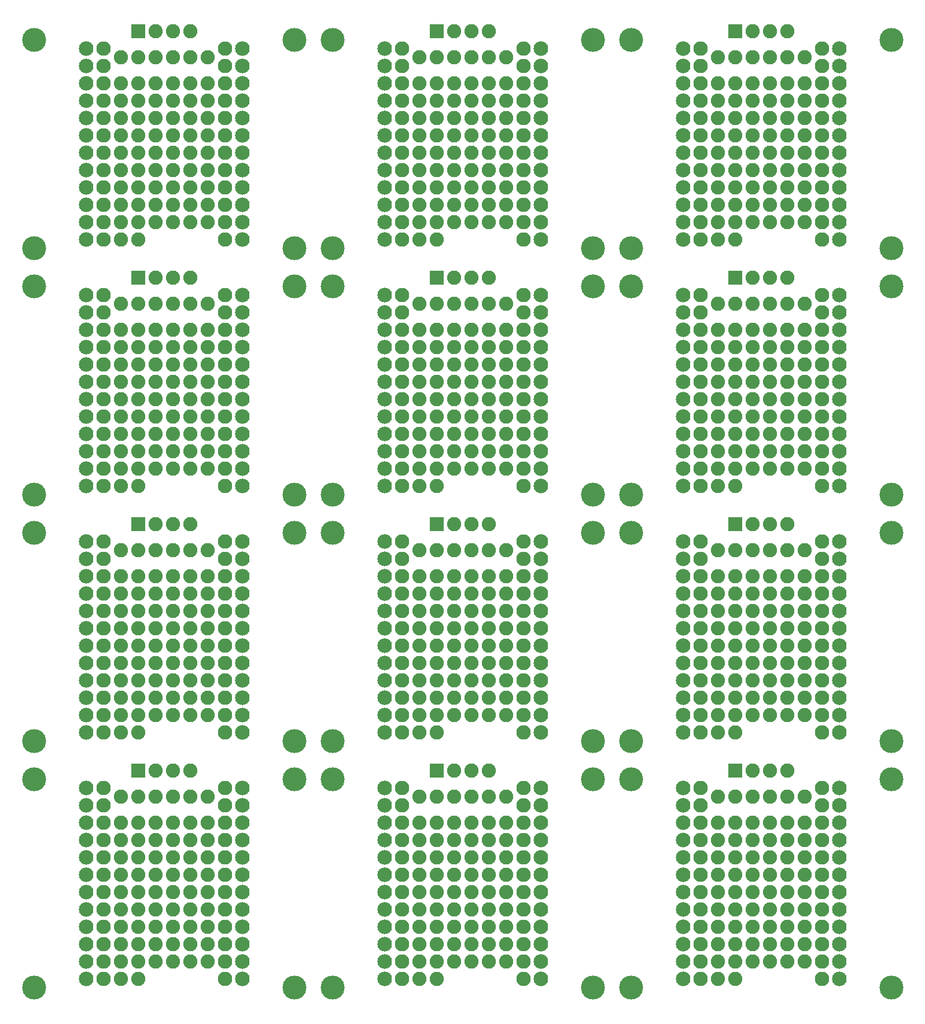
<source format=gbs>
G75*
%MOIN*%
%OFA0B0*%
%FSLAX25Y25*%
%IPPOS*%
%LPD*%
%AMOC8*
5,1,8,0,0,1.08239X$1,22.5*
%
%ADD10C,0.08300*%
%ADD11C,0.08400*%
%ADD12R,0.08200X0.08200*%
%ADD13C,0.08200*%
%ADD14C,0.13800*%
D10*
X0133333Y0091000D03*
X0133333Y0101000D03*
X0133333Y0111000D03*
X0133333Y0121000D03*
X0133333Y0131000D03*
X0133333Y0141000D03*
X0133333Y0151000D03*
X0133333Y0161000D03*
X0133333Y0171000D03*
X0133333Y0181000D03*
X0133333Y0191000D03*
X0133333Y0201000D03*
X0133333Y0233000D03*
X0133333Y0243000D03*
X0133333Y0253000D03*
X0133333Y0263000D03*
X0133333Y0273000D03*
X0133333Y0283000D03*
X0133333Y0293000D03*
X0133333Y0303000D03*
X0133333Y0313000D03*
X0133333Y0323000D03*
X0133333Y0333000D03*
X0133333Y0343000D03*
X0133333Y0375000D03*
X0133333Y0385000D03*
X0133333Y0395000D03*
X0133333Y0405000D03*
X0133333Y0415000D03*
X0133333Y0425000D03*
X0133333Y0435000D03*
X0133333Y0445000D03*
X0133333Y0455000D03*
X0133333Y0465000D03*
X0133333Y0475000D03*
X0133333Y0485000D03*
X0133333Y0517000D03*
X0133333Y0527000D03*
X0133333Y0537000D03*
X0133333Y0547000D03*
X0133333Y0557000D03*
X0133333Y0567000D03*
X0133333Y0577000D03*
X0133333Y0587000D03*
X0133333Y0597000D03*
X0133333Y0607000D03*
X0133333Y0617000D03*
X0133333Y0627000D03*
X0203333Y0627000D03*
X0203333Y0617000D03*
X0203333Y0607000D03*
X0203333Y0597000D03*
X0203333Y0587000D03*
X0203333Y0577000D03*
X0203333Y0567000D03*
X0203333Y0557000D03*
X0203333Y0547000D03*
X0203333Y0537000D03*
X0203333Y0527000D03*
X0203333Y0517000D03*
X0203333Y0485000D03*
X0203333Y0475000D03*
X0203333Y0465000D03*
X0203333Y0455000D03*
X0203333Y0445000D03*
X0203333Y0435000D03*
X0203333Y0425000D03*
X0203333Y0415000D03*
X0203333Y0405000D03*
X0203333Y0395000D03*
X0203333Y0385000D03*
X0203333Y0375000D03*
X0203333Y0343000D03*
X0203333Y0333000D03*
X0203333Y0323000D03*
X0203333Y0313000D03*
X0203333Y0303000D03*
X0203333Y0293000D03*
X0203333Y0283000D03*
X0203333Y0273000D03*
X0203333Y0263000D03*
X0203333Y0253000D03*
X0203333Y0243000D03*
X0203333Y0233000D03*
X0203333Y0201000D03*
X0203333Y0191000D03*
X0203333Y0181000D03*
X0203333Y0171000D03*
X0203333Y0161000D03*
X0203333Y0151000D03*
X0203333Y0141000D03*
X0203333Y0131000D03*
X0203333Y0121000D03*
X0203333Y0111000D03*
X0203333Y0101000D03*
X0203333Y0091000D03*
X0305333Y0091000D03*
X0305333Y0101000D03*
X0305333Y0111000D03*
X0305333Y0121000D03*
X0305333Y0131000D03*
X0305333Y0141000D03*
X0305333Y0151000D03*
X0305333Y0161000D03*
X0305333Y0171000D03*
X0305333Y0181000D03*
X0305333Y0191000D03*
X0305333Y0201000D03*
X0305333Y0233000D03*
X0305333Y0243000D03*
X0305333Y0253000D03*
X0305333Y0263000D03*
X0305333Y0273000D03*
X0305333Y0283000D03*
X0305333Y0293000D03*
X0305333Y0303000D03*
X0305333Y0313000D03*
X0305333Y0323000D03*
X0305333Y0333000D03*
X0305333Y0343000D03*
X0305333Y0375000D03*
X0305333Y0385000D03*
X0305333Y0395000D03*
X0305333Y0405000D03*
X0305333Y0415000D03*
X0305333Y0425000D03*
X0305333Y0435000D03*
X0305333Y0445000D03*
X0305333Y0455000D03*
X0305333Y0465000D03*
X0305333Y0475000D03*
X0305333Y0485000D03*
X0305333Y0517000D03*
X0305333Y0527000D03*
X0305333Y0537000D03*
X0305333Y0547000D03*
X0305333Y0557000D03*
X0305333Y0567000D03*
X0305333Y0577000D03*
X0305333Y0587000D03*
X0305333Y0597000D03*
X0305333Y0607000D03*
X0305333Y0617000D03*
X0305333Y0627000D03*
X0375333Y0627000D03*
X0375333Y0617000D03*
X0375333Y0607000D03*
X0375333Y0597000D03*
X0375333Y0587000D03*
X0375333Y0577000D03*
X0375333Y0567000D03*
X0375333Y0557000D03*
X0375333Y0547000D03*
X0375333Y0537000D03*
X0375333Y0527000D03*
X0375333Y0517000D03*
X0375333Y0485000D03*
X0375333Y0475000D03*
X0375333Y0465000D03*
X0375333Y0455000D03*
X0375333Y0445000D03*
X0375333Y0435000D03*
X0375333Y0425000D03*
X0375333Y0415000D03*
X0375333Y0405000D03*
X0375333Y0395000D03*
X0375333Y0385000D03*
X0375333Y0375000D03*
X0375333Y0343000D03*
X0375333Y0333000D03*
X0375333Y0323000D03*
X0375333Y0313000D03*
X0375333Y0303000D03*
X0375333Y0293000D03*
X0375333Y0283000D03*
X0375333Y0273000D03*
X0375333Y0263000D03*
X0375333Y0253000D03*
X0375333Y0243000D03*
X0375333Y0233000D03*
X0375333Y0201000D03*
X0375333Y0191000D03*
X0375333Y0181000D03*
X0375333Y0171000D03*
X0375333Y0161000D03*
X0375333Y0151000D03*
X0375333Y0141000D03*
X0375333Y0131000D03*
X0375333Y0121000D03*
X0375333Y0111000D03*
X0375333Y0101000D03*
X0375333Y0091000D03*
X0477333Y0091000D03*
X0477333Y0101000D03*
X0477333Y0111000D03*
X0477333Y0121000D03*
X0477333Y0131000D03*
X0477333Y0141000D03*
X0477333Y0151000D03*
X0477333Y0161000D03*
X0477333Y0171000D03*
X0477333Y0181000D03*
X0477333Y0191000D03*
X0477333Y0201000D03*
X0477333Y0233000D03*
X0477333Y0243000D03*
X0477333Y0253000D03*
X0477333Y0263000D03*
X0477333Y0273000D03*
X0477333Y0283000D03*
X0477333Y0293000D03*
X0477333Y0303000D03*
X0477333Y0313000D03*
X0477333Y0323000D03*
X0477333Y0333000D03*
X0477333Y0343000D03*
X0477333Y0375000D03*
X0477333Y0385000D03*
X0477333Y0395000D03*
X0477333Y0405000D03*
X0477333Y0415000D03*
X0477333Y0425000D03*
X0477333Y0435000D03*
X0477333Y0445000D03*
X0477333Y0455000D03*
X0477333Y0465000D03*
X0477333Y0475000D03*
X0477333Y0485000D03*
X0477333Y0517000D03*
X0477333Y0527000D03*
X0477333Y0537000D03*
X0477333Y0547000D03*
X0477333Y0557000D03*
X0477333Y0567000D03*
X0477333Y0577000D03*
X0477333Y0587000D03*
X0477333Y0597000D03*
X0477333Y0607000D03*
X0477333Y0617000D03*
X0477333Y0627000D03*
X0547333Y0627000D03*
X0547333Y0617000D03*
X0547333Y0607000D03*
X0547333Y0597000D03*
X0547333Y0587000D03*
X0547333Y0577000D03*
X0547333Y0567000D03*
X0547333Y0557000D03*
X0547333Y0547000D03*
X0547333Y0537000D03*
X0547333Y0527000D03*
X0547333Y0517000D03*
X0547333Y0485000D03*
X0547333Y0475000D03*
X0547333Y0465000D03*
X0547333Y0455000D03*
X0547333Y0445000D03*
X0547333Y0435000D03*
X0547333Y0425000D03*
X0547333Y0415000D03*
X0547333Y0405000D03*
X0547333Y0395000D03*
X0547333Y0385000D03*
X0547333Y0375000D03*
X0547333Y0343000D03*
X0547333Y0333000D03*
X0547333Y0323000D03*
X0547333Y0313000D03*
X0547333Y0303000D03*
X0547333Y0293000D03*
X0547333Y0283000D03*
X0547333Y0273000D03*
X0547333Y0263000D03*
X0547333Y0253000D03*
X0547333Y0243000D03*
X0547333Y0233000D03*
X0547333Y0201000D03*
X0547333Y0191000D03*
X0547333Y0181000D03*
X0547333Y0171000D03*
X0547333Y0161000D03*
X0547333Y0151000D03*
X0547333Y0141000D03*
X0547333Y0131000D03*
X0547333Y0121000D03*
X0547333Y0111000D03*
X0547333Y0101000D03*
X0547333Y0091000D03*
D11*
X0557333Y0091000D03*
X0557333Y0101000D03*
X0557333Y0111000D03*
X0557333Y0121000D03*
X0557333Y0131000D03*
X0557333Y0141000D03*
X0557333Y0151000D03*
X0557333Y0161000D03*
X0557333Y0171000D03*
X0557333Y0181000D03*
X0557333Y0191000D03*
X0557333Y0201000D03*
X0557333Y0233000D03*
X0557333Y0243000D03*
X0557333Y0253000D03*
X0557333Y0263000D03*
X0557333Y0273000D03*
X0557333Y0283000D03*
X0557333Y0293000D03*
X0557333Y0303000D03*
X0557333Y0313000D03*
X0557333Y0323000D03*
X0557333Y0333000D03*
X0557333Y0343000D03*
X0557333Y0375000D03*
X0557333Y0385000D03*
X0557333Y0395000D03*
X0557333Y0405000D03*
X0557333Y0415000D03*
X0557333Y0425000D03*
X0557333Y0435000D03*
X0557333Y0445000D03*
X0557333Y0455000D03*
X0557333Y0465000D03*
X0557333Y0475000D03*
X0557333Y0485000D03*
X0557333Y0517000D03*
X0557333Y0527000D03*
X0557333Y0537000D03*
X0557333Y0547000D03*
X0557333Y0557000D03*
X0557333Y0567000D03*
X0557333Y0577000D03*
X0557333Y0587000D03*
X0557333Y0597000D03*
X0557333Y0607000D03*
X0557333Y0617000D03*
X0557333Y0627000D03*
X0467333Y0627000D03*
X0467333Y0617000D03*
X0467333Y0607000D03*
X0467333Y0597000D03*
X0467333Y0587000D03*
X0467333Y0577000D03*
X0467333Y0567000D03*
X0467333Y0557000D03*
X0467333Y0547000D03*
X0467333Y0537000D03*
X0467333Y0527000D03*
X0467333Y0517000D03*
X0467333Y0485000D03*
X0467333Y0475000D03*
X0467333Y0465000D03*
X0467333Y0455000D03*
X0467333Y0445000D03*
X0467333Y0435000D03*
X0467333Y0425000D03*
X0467333Y0415000D03*
X0467333Y0405000D03*
X0467333Y0395000D03*
X0467333Y0385000D03*
X0467333Y0375000D03*
X0467333Y0343000D03*
X0467333Y0333000D03*
X0467333Y0323000D03*
X0467333Y0313000D03*
X0467333Y0303000D03*
X0467333Y0293000D03*
X0467333Y0283000D03*
X0467333Y0273000D03*
X0467333Y0263000D03*
X0467333Y0253000D03*
X0467333Y0243000D03*
X0467333Y0233000D03*
X0467333Y0201000D03*
X0467333Y0191000D03*
X0467333Y0181000D03*
X0467333Y0171000D03*
X0467333Y0161000D03*
X0467333Y0151000D03*
X0467333Y0141000D03*
X0467333Y0131000D03*
X0467333Y0121000D03*
X0467333Y0111000D03*
X0467333Y0101000D03*
X0467333Y0091000D03*
X0385333Y0091000D03*
X0385333Y0101000D03*
X0385333Y0111000D03*
X0385333Y0121000D03*
X0385333Y0131000D03*
X0385333Y0141000D03*
X0385333Y0151000D03*
X0385333Y0161000D03*
X0385333Y0171000D03*
X0385333Y0181000D03*
X0385333Y0191000D03*
X0385333Y0201000D03*
X0385333Y0233000D03*
X0385333Y0243000D03*
X0385333Y0253000D03*
X0385333Y0263000D03*
X0385333Y0273000D03*
X0385333Y0283000D03*
X0385333Y0293000D03*
X0385333Y0303000D03*
X0385333Y0313000D03*
X0385333Y0323000D03*
X0385333Y0333000D03*
X0385333Y0343000D03*
X0385333Y0375000D03*
X0385333Y0385000D03*
X0385333Y0395000D03*
X0385333Y0405000D03*
X0385333Y0415000D03*
X0385333Y0425000D03*
X0385333Y0435000D03*
X0385333Y0445000D03*
X0385333Y0455000D03*
X0385333Y0465000D03*
X0385333Y0475000D03*
X0385333Y0485000D03*
X0385333Y0517000D03*
X0385333Y0527000D03*
X0385333Y0537000D03*
X0385333Y0547000D03*
X0385333Y0557000D03*
X0385333Y0567000D03*
X0385333Y0577000D03*
X0385333Y0587000D03*
X0385333Y0597000D03*
X0385333Y0607000D03*
X0385333Y0617000D03*
X0385333Y0627000D03*
X0295333Y0627000D03*
X0295333Y0617000D03*
X0295333Y0607000D03*
X0295333Y0597000D03*
X0295333Y0587000D03*
X0295333Y0577000D03*
X0295333Y0567000D03*
X0295333Y0557000D03*
X0295333Y0547000D03*
X0295333Y0537000D03*
X0295333Y0527000D03*
X0295333Y0517000D03*
X0295333Y0485000D03*
X0295333Y0475000D03*
X0295333Y0465000D03*
X0295333Y0455000D03*
X0295333Y0445000D03*
X0295333Y0435000D03*
X0295333Y0425000D03*
X0295333Y0415000D03*
X0295333Y0405000D03*
X0295333Y0395000D03*
X0295333Y0385000D03*
X0295333Y0375000D03*
X0295333Y0343000D03*
X0295333Y0333000D03*
X0295333Y0323000D03*
X0295333Y0313000D03*
X0295333Y0303000D03*
X0295333Y0293000D03*
X0295333Y0283000D03*
X0295333Y0273000D03*
X0295333Y0263000D03*
X0295333Y0253000D03*
X0295333Y0243000D03*
X0295333Y0233000D03*
X0295333Y0201000D03*
X0295333Y0191000D03*
X0295333Y0181000D03*
X0295333Y0171000D03*
X0295333Y0161000D03*
X0295333Y0151000D03*
X0295333Y0141000D03*
X0295333Y0131000D03*
X0295333Y0121000D03*
X0295333Y0111000D03*
X0295333Y0101000D03*
X0295333Y0091000D03*
X0213333Y0091000D03*
X0213333Y0101000D03*
X0213333Y0111000D03*
X0213333Y0121000D03*
X0213333Y0131000D03*
X0213333Y0141000D03*
X0213333Y0151000D03*
X0213333Y0161000D03*
X0213333Y0171000D03*
X0213333Y0181000D03*
X0213333Y0191000D03*
X0213333Y0201000D03*
X0213333Y0233000D03*
X0213333Y0243000D03*
X0213333Y0253000D03*
X0213333Y0263000D03*
X0213333Y0273000D03*
X0213333Y0283000D03*
X0213333Y0293000D03*
X0213333Y0303000D03*
X0213333Y0313000D03*
X0213333Y0323000D03*
X0213333Y0333000D03*
X0213333Y0343000D03*
X0213333Y0375000D03*
X0213333Y0385000D03*
X0213333Y0395000D03*
X0213333Y0405000D03*
X0213333Y0415000D03*
X0213333Y0425000D03*
X0213333Y0435000D03*
X0213333Y0445000D03*
X0213333Y0455000D03*
X0213333Y0465000D03*
X0213333Y0475000D03*
X0213333Y0485000D03*
X0213333Y0517000D03*
X0213333Y0527000D03*
X0213333Y0537000D03*
X0213333Y0547000D03*
X0213333Y0557000D03*
X0213333Y0567000D03*
X0213333Y0577000D03*
X0213333Y0587000D03*
X0213333Y0597000D03*
X0213333Y0607000D03*
X0213333Y0617000D03*
X0213333Y0627000D03*
X0123333Y0627000D03*
X0123333Y0617000D03*
X0123333Y0607000D03*
X0123333Y0597000D03*
X0123333Y0587000D03*
X0123333Y0577000D03*
X0123333Y0567000D03*
X0123333Y0557000D03*
X0123333Y0547000D03*
X0123333Y0537000D03*
X0123333Y0527000D03*
X0123333Y0517000D03*
X0123333Y0485000D03*
X0123333Y0475000D03*
X0123333Y0465000D03*
X0123333Y0455000D03*
X0123333Y0445000D03*
X0123333Y0435000D03*
X0123333Y0425000D03*
X0123333Y0415000D03*
X0123333Y0405000D03*
X0123333Y0395000D03*
X0123333Y0385000D03*
X0123333Y0375000D03*
X0123333Y0343000D03*
X0123333Y0333000D03*
X0123333Y0323000D03*
X0123333Y0313000D03*
X0123333Y0303000D03*
X0123333Y0293000D03*
X0123333Y0283000D03*
X0123333Y0273000D03*
X0123333Y0263000D03*
X0123333Y0253000D03*
X0123333Y0243000D03*
X0123333Y0233000D03*
X0123333Y0201000D03*
X0123333Y0191000D03*
X0123333Y0181000D03*
X0123333Y0171000D03*
X0123333Y0161000D03*
X0123333Y0151000D03*
X0123333Y0141000D03*
X0123333Y0131000D03*
X0123333Y0121000D03*
X0123333Y0111000D03*
X0123333Y0101000D03*
X0123333Y0091000D03*
D12*
X0153333Y0211000D03*
X0153333Y0353000D03*
X0153333Y0495000D03*
X0153333Y0637000D03*
X0325333Y0637000D03*
X0325333Y0495000D03*
X0325333Y0353000D03*
X0325333Y0211000D03*
X0497333Y0211000D03*
X0497333Y0353000D03*
X0497333Y0495000D03*
X0497333Y0637000D03*
D13*
X0507333Y0637000D03*
X0517333Y0637000D03*
X0527333Y0637000D03*
X0527333Y0622000D03*
X0537333Y0622000D03*
X0537333Y0607000D03*
X0527333Y0607000D03*
X0517333Y0607000D03*
X0507333Y0607000D03*
X0497333Y0607000D03*
X0487333Y0607000D03*
X0487333Y0597000D03*
X0487333Y0587000D03*
X0487333Y0577000D03*
X0487333Y0567000D03*
X0487333Y0557000D03*
X0487333Y0547000D03*
X0487333Y0537000D03*
X0487333Y0527000D03*
X0487333Y0517000D03*
X0497333Y0517000D03*
X0497333Y0527000D03*
X0507333Y0527000D03*
X0517333Y0527000D03*
X0517333Y0537000D03*
X0507333Y0537000D03*
X0497333Y0537000D03*
X0497333Y0547000D03*
X0507333Y0547000D03*
X0517333Y0547000D03*
X0517333Y0557000D03*
X0507333Y0557000D03*
X0497333Y0557000D03*
X0497333Y0567000D03*
X0507333Y0567000D03*
X0517333Y0567000D03*
X0517333Y0577000D03*
X0507333Y0577000D03*
X0497333Y0577000D03*
X0497333Y0587000D03*
X0497333Y0597000D03*
X0507333Y0597000D03*
X0507333Y0587000D03*
X0517333Y0587000D03*
X0517333Y0597000D03*
X0527333Y0597000D03*
X0527333Y0587000D03*
X0527333Y0577000D03*
X0537333Y0577000D03*
X0537333Y0587000D03*
X0537333Y0597000D03*
X0537333Y0567000D03*
X0527333Y0567000D03*
X0527333Y0557000D03*
X0537333Y0557000D03*
X0537333Y0547000D03*
X0527333Y0547000D03*
X0527333Y0537000D03*
X0537333Y0537000D03*
X0537333Y0527000D03*
X0527333Y0527000D03*
X0527333Y0495000D03*
X0517333Y0495000D03*
X0507333Y0495000D03*
X0507333Y0480000D03*
X0497333Y0480000D03*
X0487333Y0480000D03*
X0487333Y0465000D03*
X0487333Y0455000D03*
X0487333Y0445000D03*
X0487333Y0435000D03*
X0487333Y0425000D03*
X0487333Y0415000D03*
X0487333Y0405000D03*
X0487333Y0395000D03*
X0487333Y0385000D03*
X0487333Y0375000D03*
X0497333Y0375000D03*
X0497333Y0385000D03*
X0507333Y0385000D03*
X0517333Y0385000D03*
X0517333Y0395000D03*
X0507333Y0395000D03*
X0497333Y0395000D03*
X0497333Y0405000D03*
X0507333Y0405000D03*
X0517333Y0405000D03*
X0517333Y0415000D03*
X0507333Y0415000D03*
X0497333Y0415000D03*
X0497333Y0425000D03*
X0507333Y0425000D03*
X0517333Y0425000D03*
X0517333Y0435000D03*
X0507333Y0435000D03*
X0497333Y0435000D03*
X0497333Y0445000D03*
X0507333Y0445000D03*
X0517333Y0445000D03*
X0517333Y0455000D03*
X0507333Y0455000D03*
X0497333Y0455000D03*
X0497333Y0465000D03*
X0507333Y0465000D03*
X0517333Y0465000D03*
X0527333Y0465000D03*
X0527333Y0455000D03*
X0537333Y0455000D03*
X0537333Y0465000D03*
X0537333Y0480000D03*
X0527333Y0480000D03*
X0517333Y0480000D03*
X0527333Y0445000D03*
X0527333Y0435000D03*
X0537333Y0435000D03*
X0537333Y0445000D03*
X0537333Y0425000D03*
X0527333Y0425000D03*
X0527333Y0415000D03*
X0537333Y0415000D03*
X0537333Y0405000D03*
X0527333Y0405000D03*
X0527333Y0395000D03*
X0537333Y0395000D03*
X0537333Y0385000D03*
X0527333Y0385000D03*
X0527333Y0353000D03*
X0517333Y0353000D03*
X0507333Y0353000D03*
X0507333Y0338000D03*
X0497333Y0338000D03*
X0487333Y0338000D03*
X0487333Y0323000D03*
X0487333Y0313000D03*
X0487333Y0303000D03*
X0487333Y0293000D03*
X0487333Y0283000D03*
X0487333Y0273000D03*
X0487333Y0263000D03*
X0487333Y0253000D03*
X0487333Y0243000D03*
X0487333Y0233000D03*
X0497333Y0233000D03*
X0497333Y0243000D03*
X0507333Y0243000D03*
X0517333Y0243000D03*
X0517333Y0253000D03*
X0507333Y0253000D03*
X0497333Y0253000D03*
X0497333Y0263000D03*
X0507333Y0263000D03*
X0517333Y0263000D03*
X0517333Y0273000D03*
X0507333Y0273000D03*
X0497333Y0273000D03*
X0497333Y0283000D03*
X0507333Y0283000D03*
X0517333Y0283000D03*
X0517333Y0293000D03*
X0507333Y0293000D03*
X0497333Y0293000D03*
X0497333Y0303000D03*
X0507333Y0303000D03*
X0517333Y0303000D03*
X0517333Y0313000D03*
X0507333Y0313000D03*
X0497333Y0313000D03*
X0497333Y0323000D03*
X0507333Y0323000D03*
X0517333Y0323000D03*
X0527333Y0323000D03*
X0527333Y0313000D03*
X0537333Y0313000D03*
X0537333Y0323000D03*
X0537333Y0338000D03*
X0527333Y0338000D03*
X0517333Y0338000D03*
X0527333Y0303000D03*
X0527333Y0293000D03*
X0537333Y0293000D03*
X0537333Y0303000D03*
X0537333Y0283000D03*
X0527333Y0283000D03*
X0527333Y0273000D03*
X0537333Y0273000D03*
X0537333Y0263000D03*
X0527333Y0263000D03*
X0527333Y0253000D03*
X0537333Y0253000D03*
X0537333Y0243000D03*
X0527333Y0243000D03*
X0527333Y0211000D03*
X0517333Y0211000D03*
X0507333Y0211000D03*
X0507333Y0196000D03*
X0497333Y0196000D03*
X0487333Y0196000D03*
X0487333Y0181000D03*
X0487333Y0171000D03*
X0487333Y0161000D03*
X0487333Y0151000D03*
X0487333Y0141000D03*
X0487333Y0131000D03*
X0487333Y0121000D03*
X0487333Y0111000D03*
X0487333Y0101000D03*
X0487333Y0091000D03*
X0497333Y0091000D03*
X0497333Y0101000D03*
X0507333Y0101000D03*
X0517333Y0101000D03*
X0517333Y0111000D03*
X0507333Y0111000D03*
X0497333Y0111000D03*
X0497333Y0121000D03*
X0507333Y0121000D03*
X0517333Y0121000D03*
X0517333Y0131000D03*
X0507333Y0131000D03*
X0497333Y0131000D03*
X0497333Y0141000D03*
X0507333Y0141000D03*
X0517333Y0141000D03*
X0517333Y0151000D03*
X0507333Y0151000D03*
X0497333Y0151000D03*
X0497333Y0161000D03*
X0507333Y0161000D03*
X0517333Y0161000D03*
X0517333Y0171000D03*
X0507333Y0171000D03*
X0497333Y0171000D03*
X0497333Y0181000D03*
X0507333Y0181000D03*
X0517333Y0181000D03*
X0527333Y0181000D03*
X0527333Y0171000D03*
X0537333Y0171000D03*
X0537333Y0181000D03*
X0537333Y0196000D03*
X0527333Y0196000D03*
X0517333Y0196000D03*
X0527333Y0161000D03*
X0527333Y0151000D03*
X0537333Y0151000D03*
X0537333Y0161000D03*
X0537333Y0141000D03*
X0527333Y0141000D03*
X0527333Y0131000D03*
X0537333Y0131000D03*
X0537333Y0121000D03*
X0527333Y0121000D03*
X0527333Y0111000D03*
X0537333Y0111000D03*
X0537333Y0101000D03*
X0527333Y0101000D03*
X0365333Y0101000D03*
X0355333Y0101000D03*
X0345333Y0101000D03*
X0335333Y0101000D03*
X0325333Y0101000D03*
X0315333Y0101000D03*
X0315333Y0091000D03*
X0325333Y0091000D03*
X0325333Y0111000D03*
X0315333Y0111000D03*
X0315333Y0121000D03*
X0325333Y0121000D03*
X0325333Y0131000D03*
X0315333Y0131000D03*
X0315333Y0141000D03*
X0325333Y0141000D03*
X0325333Y0151000D03*
X0315333Y0151000D03*
X0315333Y0161000D03*
X0325333Y0161000D03*
X0325333Y0171000D03*
X0315333Y0171000D03*
X0315333Y0181000D03*
X0325333Y0181000D03*
X0335333Y0181000D03*
X0335333Y0171000D03*
X0345333Y0171000D03*
X0345333Y0181000D03*
X0355333Y0181000D03*
X0355333Y0171000D03*
X0365333Y0171000D03*
X0365333Y0181000D03*
X0365333Y0196000D03*
X0355333Y0196000D03*
X0345333Y0196000D03*
X0335333Y0196000D03*
X0325333Y0196000D03*
X0315333Y0196000D03*
X0335333Y0211000D03*
X0345333Y0211000D03*
X0355333Y0211000D03*
X0355333Y0243000D03*
X0365333Y0243000D03*
X0365333Y0253000D03*
X0355333Y0253000D03*
X0355333Y0263000D03*
X0365333Y0263000D03*
X0365333Y0273000D03*
X0355333Y0273000D03*
X0355333Y0283000D03*
X0365333Y0283000D03*
X0365333Y0293000D03*
X0355333Y0293000D03*
X0355333Y0303000D03*
X0365333Y0303000D03*
X0365333Y0313000D03*
X0355333Y0313000D03*
X0355333Y0323000D03*
X0365333Y0323000D03*
X0365333Y0338000D03*
X0355333Y0338000D03*
X0345333Y0338000D03*
X0335333Y0338000D03*
X0325333Y0338000D03*
X0315333Y0338000D03*
X0315333Y0323000D03*
X0315333Y0313000D03*
X0325333Y0313000D03*
X0325333Y0323000D03*
X0335333Y0323000D03*
X0335333Y0313000D03*
X0345333Y0313000D03*
X0345333Y0323000D03*
X0345333Y0303000D03*
X0335333Y0303000D03*
X0335333Y0293000D03*
X0345333Y0293000D03*
X0345333Y0283000D03*
X0335333Y0283000D03*
X0335333Y0273000D03*
X0345333Y0273000D03*
X0345333Y0263000D03*
X0335333Y0263000D03*
X0335333Y0253000D03*
X0345333Y0253000D03*
X0345333Y0243000D03*
X0335333Y0243000D03*
X0325333Y0243000D03*
X0315333Y0243000D03*
X0315333Y0233000D03*
X0325333Y0233000D03*
X0325333Y0253000D03*
X0315333Y0253000D03*
X0315333Y0263000D03*
X0325333Y0263000D03*
X0325333Y0273000D03*
X0315333Y0273000D03*
X0315333Y0283000D03*
X0325333Y0283000D03*
X0325333Y0293000D03*
X0315333Y0293000D03*
X0315333Y0303000D03*
X0325333Y0303000D03*
X0335333Y0353000D03*
X0345333Y0353000D03*
X0355333Y0353000D03*
X0355333Y0385000D03*
X0365333Y0385000D03*
X0365333Y0395000D03*
X0355333Y0395000D03*
X0355333Y0405000D03*
X0365333Y0405000D03*
X0365333Y0415000D03*
X0355333Y0415000D03*
X0355333Y0425000D03*
X0365333Y0425000D03*
X0365333Y0435000D03*
X0355333Y0435000D03*
X0355333Y0445000D03*
X0365333Y0445000D03*
X0365333Y0455000D03*
X0355333Y0455000D03*
X0355333Y0465000D03*
X0365333Y0465000D03*
X0365333Y0480000D03*
X0355333Y0480000D03*
X0345333Y0480000D03*
X0335333Y0480000D03*
X0325333Y0480000D03*
X0315333Y0480000D03*
X0315333Y0465000D03*
X0315333Y0455000D03*
X0325333Y0455000D03*
X0325333Y0465000D03*
X0335333Y0465000D03*
X0335333Y0455000D03*
X0345333Y0455000D03*
X0345333Y0465000D03*
X0345333Y0445000D03*
X0335333Y0445000D03*
X0335333Y0435000D03*
X0345333Y0435000D03*
X0345333Y0425000D03*
X0335333Y0425000D03*
X0335333Y0415000D03*
X0345333Y0415000D03*
X0345333Y0405000D03*
X0335333Y0405000D03*
X0335333Y0395000D03*
X0345333Y0395000D03*
X0345333Y0385000D03*
X0335333Y0385000D03*
X0325333Y0385000D03*
X0315333Y0385000D03*
X0315333Y0375000D03*
X0325333Y0375000D03*
X0325333Y0395000D03*
X0315333Y0395000D03*
X0315333Y0405000D03*
X0325333Y0405000D03*
X0325333Y0415000D03*
X0315333Y0415000D03*
X0315333Y0425000D03*
X0325333Y0425000D03*
X0325333Y0435000D03*
X0315333Y0435000D03*
X0315333Y0445000D03*
X0325333Y0445000D03*
X0335333Y0495000D03*
X0345333Y0495000D03*
X0355333Y0495000D03*
X0355333Y0527000D03*
X0365333Y0527000D03*
X0365333Y0537000D03*
X0355333Y0537000D03*
X0355333Y0547000D03*
X0365333Y0547000D03*
X0365333Y0557000D03*
X0355333Y0557000D03*
X0355333Y0567000D03*
X0365333Y0567000D03*
X0365333Y0577000D03*
X0355333Y0577000D03*
X0355333Y0587000D03*
X0355333Y0597000D03*
X0365333Y0597000D03*
X0365333Y0587000D03*
X0345333Y0587000D03*
X0335333Y0587000D03*
X0335333Y0577000D03*
X0345333Y0577000D03*
X0345333Y0567000D03*
X0335333Y0567000D03*
X0335333Y0557000D03*
X0345333Y0557000D03*
X0345333Y0547000D03*
X0335333Y0547000D03*
X0335333Y0537000D03*
X0345333Y0537000D03*
X0345333Y0527000D03*
X0335333Y0527000D03*
X0325333Y0527000D03*
X0315333Y0527000D03*
X0315333Y0517000D03*
X0325333Y0517000D03*
X0325333Y0537000D03*
X0315333Y0537000D03*
X0315333Y0547000D03*
X0325333Y0547000D03*
X0325333Y0557000D03*
X0315333Y0557000D03*
X0315333Y0567000D03*
X0325333Y0567000D03*
X0325333Y0577000D03*
X0315333Y0577000D03*
X0315333Y0587000D03*
X0315333Y0597000D03*
X0325333Y0597000D03*
X0325333Y0587000D03*
X0335333Y0597000D03*
X0345333Y0597000D03*
X0345333Y0607000D03*
X0335333Y0607000D03*
X0325333Y0607000D03*
X0315333Y0607000D03*
X0315333Y0622000D03*
X0325333Y0622000D03*
X0335333Y0622000D03*
X0345333Y0622000D03*
X0355333Y0622000D03*
X0365333Y0622000D03*
X0365333Y0607000D03*
X0355333Y0607000D03*
X0355333Y0637000D03*
X0345333Y0637000D03*
X0335333Y0637000D03*
X0193333Y0622000D03*
X0183333Y0622000D03*
X0173333Y0622000D03*
X0163333Y0622000D03*
X0153333Y0622000D03*
X0143333Y0622000D03*
X0143333Y0607000D03*
X0153333Y0607000D03*
X0163333Y0607000D03*
X0163333Y0597000D03*
X0153333Y0597000D03*
X0143333Y0597000D03*
X0143333Y0587000D03*
X0143333Y0577000D03*
X0153333Y0577000D03*
X0153333Y0587000D03*
X0163333Y0587000D03*
X0163333Y0577000D03*
X0163333Y0567000D03*
X0153333Y0567000D03*
X0143333Y0567000D03*
X0143333Y0557000D03*
X0153333Y0557000D03*
X0163333Y0557000D03*
X0163333Y0547000D03*
X0153333Y0547000D03*
X0143333Y0547000D03*
X0143333Y0537000D03*
X0153333Y0537000D03*
X0163333Y0537000D03*
X0163333Y0527000D03*
X0153333Y0527000D03*
X0143333Y0527000D03*
X0143333Y0517000D03*
X0153333Y0517000D03*
X0173333Y0527000D03*
X0183333Y0527000D03*
X0183333Y0537000D03*
X0173333Y0537000D03*
X0173333Y0547000D03*
X0183333Y0547000D03*
X0183333Y0557000D03*
X0173333Y0557000D03*
X0173333Y0567000D03*
X0183333Y0567000D03*
X0183333Y0577000D03*
X0173333Y0577000D03*
X0173333Y0587000D03*
X0173333Y0597000D03*
X0183333Y0597000D03*
X0183333Y0587000D03*
X0193333Y0587000D03*
X0193333Y0577000D03*
X0193333Y0567000D03*
X0193333Y0557000D03*
X0193333Y0547000D03*
X0193333Y0537000D03*
X0193333Y0527000D03*
X0183333Y0495000D03*
X0173333Y0495000D03*
X0163333Y0495000D03*
X0163333Y0480000D03*
X0153333Y0480000D03*
X0143333Y0480000D03*
X0143333Y0465000D03*
X0143333Y0455000D03*
X0153333Y0455000D03*
X0153333Y0465000D03*
X0163333Y0465000D03*
X0163333Y0455000D03*
X0163333Y0445000D03*
X0153333Y0445000D03*
X0143333Y0445000D03*
X0143333Y0435000D03*
X0153333Y0435000D03*
X0163333Y0435000D03*
X0163333Y0425000D03*
X0153333Y0425000D03*
X0143333Y0425000D03*
X0143333Y0415000D03*
X0153333Y0415000D03*
X0163333Y0415000D03*
X0163333Y0405000D03*
X0153333Y0405000D03*
X0143333Y0405000D03*
X0143333Y0395000D03*
X0153333Y0395000D03*
X0163333Y0395000D03*
X0163333Y0385000D03*
X0153333Y0385000D03*
X0143333Y0385000D03*
X0143333Y0375000D03*
X0153333Y0375000D03*
X0173333Y0385000D03*
X0183333Y0385000D03*
X0183333Y0395000D03*
X0173333Y0395000D03*
X0173333Y0405000D03*
X0183333Y0405000D03*
X0183333Y0415000D03*
X0173333Y0415000D03*
X0173333Y0425000D03*
X0183333Y0425000D03*
X0183333Y0435000D03*
X0173333Y0435000D03*
X0173333Y0445000D03*
X0183333Y0445000D03*
X0183333Y0455000D03*
X0173333Y0455000D03*
X0173333Y0465000D03*
X0183333Y0465000D03*
X0193333Y0465000D03*
X0193333Y0455000D03*
X0193333Y0445000D03*
X0193333Y0435000D03*
X0193333Y0425000D03*
X0193333Y0415000D03*
X0193333Y0405000D03*
X0193333Y0395000D03*
X0193333Y0385000D03*
X0183333Y0353000D03*
X0173333Y0353000D03*
X0163333Y0353000D03*
X0163333Y0338000D03*
X0153333Y0338000D03*
X0143333Y0338000D03*
X0143333Y0323000D03*
X0143333Y0313000D03*
X0153333Y0313000D03*
X0153333Y0323000D03*
X0163333Y0323000D03*
X0163333Y0313000D03*
X0163333Y0303000D03*
X0153333Y0303000D03*
X0143333Y0303000D03*
X0143333Y0293000D03*
X0153333Y0293000D03*
X0163333Y0293000D03*
X0163333Y0283000D03*
X0153333Y0283000D03*
X0143333Y0283000D03*
X0143333Y0273000D03*
X0153333Y0273000D03*
X0163333Y0273000D03*
X0163333Y0263000D03*
X0153333Y0263000D03*
X0143333Y0263000D03*
X0143333Y0253000D03*
X0153333Y0253000D03*
X0163333Y0253000D03*
X0163333Y0243000D03*
X0153333Y0243000D03*
X0143333Y0243000D03*
X0143333Y0233000D03*
X0153333Y0233000D03*
X0173333Y0243000D03*
X0183333Y0243000D03*
X0183333Y0253000D03*
X0173333Y0253000D03*
X0173333Y0263000D03*
X0183333Y0263000D03*
X0183333Y0273000D03*
X0173333Y0273000D03*
X0173333Y0283000D03*
X0183333Y0283000D03*
X0183333Y0293000D03*
X0173333Y0293000D03*
X0173333Y0303000D03*
X0183333Y0303000D03*
X0183333Y0313000D03*
X0173333Y0313000D03*
X0173333Y0323000D03*
X0183333Y0323000D03*
X0193333Y0323000D03*
X0193333Y0313000D03*
X0193333Y0303000D03*
X0193333Y0293000D03*
X0193333Y0283000D03*
X0193333Y0273000D03*
X0193333Y0263000D03*
X0193333Y0253000D03*
X0193333Y0243000D03*
X0183333Y0211000D03*
X0173333Y0211000D03*
X0163333Y0211000D03*
X0163333Y0196000D03*
X0153333Y0196000D03*
X0143333Y0196000D03*
X0143333Y0181000D03*
X0143333Y0171000D03*
X0153333Y0171000D03*
X0153333Y0181000D03*
X0163333Y0181000D03*
X0163333Y0171000D03*
X0163333Y0161000D03*
X0153333Y0161000D03*
X0143333Y0161000D03*
X0143333Y0151000D03*
X0153333Y0151000D03*
X0163333Y0151000D03*
X0163333Y0141000D03*
X0153333Y0141000D03*
X0143333Y0141000D03*
X0143333Y0131000D03*
X0153333Y0131000D03*
X0163333Y0131000D03*
X0163333Y0121000D03*
X0153333Y0121000D03*
X0143333Y0121000D03*
X0143333Y0111000D03*
X0153333Y0111000D03*
X0163333Y0111000D03*
X0163333Y0101000D03*
X0153333Y0101000D03*
X0143333Y0101000D03*
X0143333Y0091000D03*
X0153333Y0091000D03*
X0173333Y0101000D03*
X0183333Y0101000D03*
X0183333Y0111000D03*
X0173333Y0111000D03*
X0173333Y0121000D03*
X0183333Y0121000D03*
X0183333Y0131000D03*
X0173333Y0131000D03*
X0173333Y0141000D03*
X0183333Y0141000D03*
X0183333Y0151000D03*
X0173333Y0151000D03*
X0173333Y0161000D03*
X0183333Y0161000D03*
X0183333Y0171000D03*
X0173333Y0171000D03*
X0173333Y0181000D03*
X0183333Y0181000D03*
X0193333Y0181000D03*
X0193333Y0171000D03*
X0193333Y0161000D03*
X0193333Y0151000D03*
X0193333Y0141000D03*
X0193333Y0131000D03*
X0193333Y0121000D03*
X0193333Y0111000D03*
X0193333Y0101000D03*
X0193333Y0196000D03*
X0183333Y0196000D03*
X0173333Y0196000D03*
X0173333Y0338000D03*
X0183333Y0338000D03*
X0193333Y0338000D03*
X0193333Y0480000D03*
X0183333Y0480000D03*
X0173333Y0480000D03*
X0193333Y0597000D03*
X0193333Y0607000D03*
X0183333Y0607000D03*
X0173333Y0607000D03*
X0173333Y0637000D03*
X0183333Y0637000D03*
X0163333Y0637000D03*
X0487333Y0622000D03*
X0497333Y0622000D03*
X0507333Y0622000D03*
X0517333Y0622000D03*
X0365333Y0161000D03*
X0355333Y0161000D03*
X0355333Y0151000D03*
X0365333Y0151000D03*
X0365333Y0141000D03*
X0355333Y0141000D03*
X0355333Y0131000D03*
X0365333Y0131000D03*
X0365333Y0121000D03*
X0355333Y0121000D03*
X0355333Y0111000D03*
X0365333Y0111000D03*
X0345333Y0111000D03*
X0335333Y0111000D03*
X0335333Y0121000D03*
X0345333Y0121000D03*
X0345333Y0131000D03*
X0335333Y0131000D03*
X0335333Y0141000D03*
X0345333Y0141000D03*
X0345333Y0151000D03*
X0335333Y0151000D03*
X0335333Y0161000D03*
X0345333Y0161000D03*
D14*
X0093333Y0086000D03*
X0093333Y0206000D03*
X0093333Y0228000D03*
X0093333Y0348000D03*
X0093333Y0370000D03*
X0093333Y0490000D03*
X0093333Y0512000D03*
X0093333Y0632000D03*
X0243333Y0632000D03*
X0265333Y0632000D03*
X0265333Y0512000D03*
X0243333Y0512000D03*
X0243333Y0490000D03*
X0265333Y0490000D03*
X0265333Y0370000D03*
X0243333Y0370000D03*
X0243333Y0348000D03*
X0265333Y0348000D03*
X0265333Y0228000D03*
X0243333Y0228000D03*
X0243333Y0206000D03*
X0265333Y0206000D03*
X0265333Y0086000D03*
X0243333Y0086000D03*
X0415333Y0086000D03*
X0437333Y0086000D03*
X0437333Y0206000D03*
X0415333Y0206000D03*
X0415333Y0228000D03*
X0437333Y0228000D03*
X0437333Y0348000D03*
X0415333Y0348000D03*
X0415333Y0370000D03*
X0437333Y0370000D03*
X0437333Y0490000D03*
X0415333Y0490000D03*
X0415333Y0512000D03*
X0437333Y0512000D03*
X0437333Y0632000D03*
X0415333Y0632000D03*
X0587333Y0632000D03*
X0587333Y0512000D03*
X0587333Y0490000D03*
X0587333Y0370000D03*
X0587333Y0348000D03*
X0587333Y0228000D03*
X0587333Y0206000D03*
X0587333Y0086000D03*
M02*

</source>
